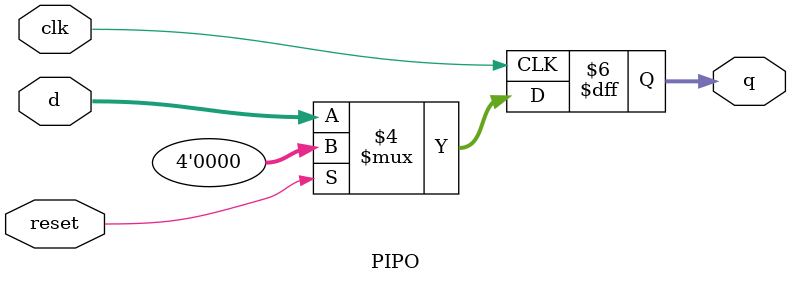
<source format=v>
`timescale 1ns / 1ps


module PIPO(q,clk,reset,d);

    output reg [3:0] q;
    input clk,reset;
    input [3:0] d;
    
    always @ (posedge clk)
        if ( reset ==1)
            q = 4'b0000;
        else 
            q = d;
endmodule

</source>
